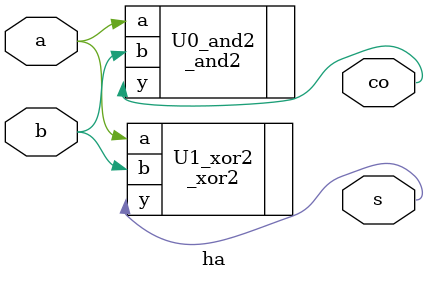
<source format=v>
module ha( // this module means half adder
input a,b, // define input a,b
output s,co // define output s,co s means sum and co means carry out
);

	_and2 U0_and2( // Find y by performing AND operation on a and b
		.a(a), // a is inserted in the a position of the _and2 module
		.b(b), // b is inserted in the b position of the _and2 module
		.y(co) // y is inserted in the co position of the _and2 module
	);
	
	_xor2 U1_xor2( // Find y by performing Exclusive OR operation on a and b
		.a(a), // a is inserted in the a position of the _and2 module
		.b(b), // b is inserted in the a position of the _and2 module
		.y(s) // y is inserted in the a position of the _and2 module
	);

endmodule // end of module

</source>
